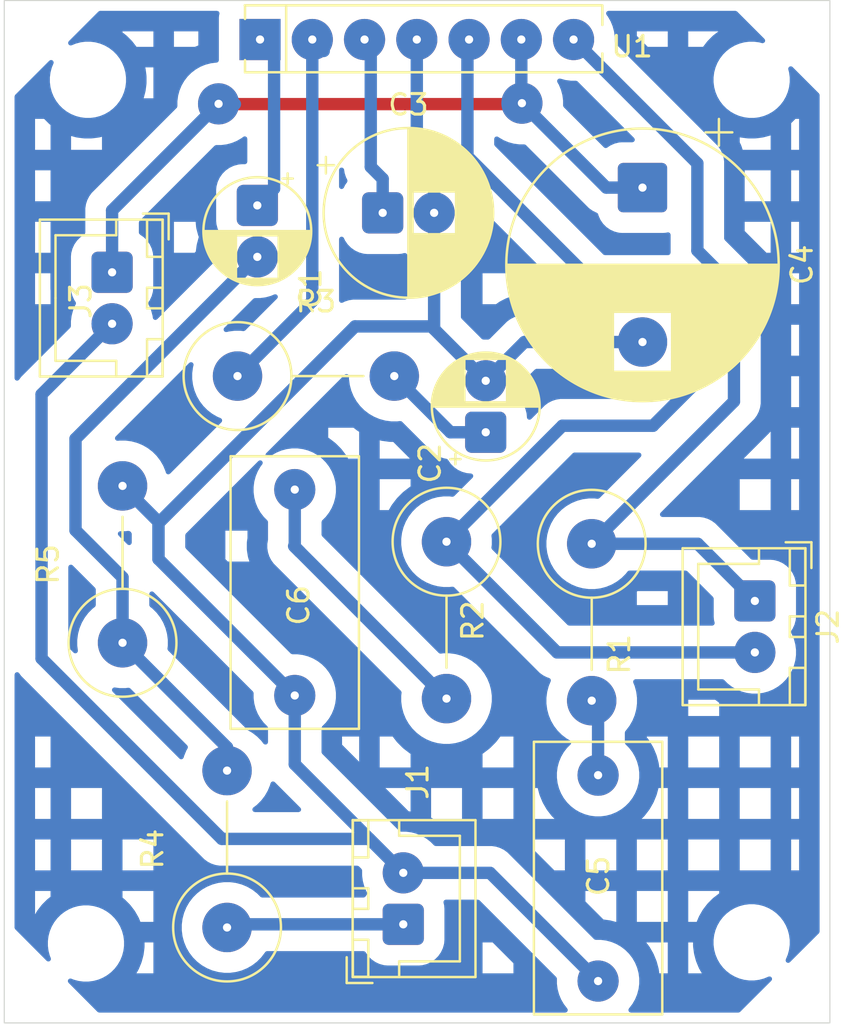
<source format=kicad_pcb>
(kicad_pcb (version 20241229) (generator "pcbnew") (generator_version "9.0")
  (layers (0 "F.Cu" signal) (2 "B.Cu" signal) (13 "F.Paste" user) (15 "B.Paste" user) (5 "F.SilkS" user "F.Silkscreen") (7 "B.SilkS" user "B.Silkscreen") (1 "F.Mask" user) (3 "B.Mask" user) (25 "Edge.Cuts" user))
  (net 0 "")
  (net 1 "Net-(U1-IN)")
  (net 2 "Net-(C1-Pad2)")
  (net 3 "Net-(U1-NF)")
  (net 4 "GND")
  (net 5 "Net-(U1-R.F)")
  (net 6 "VCC")
  (net 7 "Net-(J2-Pin_2)")
  (net 8 "Net-(J2-Pin_1)")
  (net 9 "Net-(C5-Pad1)")
  (net 10 "Net-(C6-Pad1)")
  (net 11 "Net-(C2-Pad1)")
  (net 12 "Net-(J1-PadT)")
  (footprint "Connector_JST:JST_XH_B2B-XH-A_1x02_P2.50mm_Vertical" (layer "F.Cu") (at 145.415 76.2 -90)
    (property "Reference" "J2" (at 1.25 -3.55 90) (layer "F.SilkS"))
    (property "Value" "OUTPUT")
    (pad "1" thru_hole roundrect (at 0 0 270) (size 2 2) (drill 0.4) (layers "*.Cu" "*.Mask") (roundrect_rratio 0.147059) (net 8 "Net-(J2-Pin_1)"))
    (pad "2" thru_hole oval (at 2.5 0 270) (size 2 2) (drill 0.4) (layers "*.Cu" "*.Mask") (net 7 "Net-(J2-Pin_2)"))
  )
  (footprint "Resistor_THT:R_Axial_DIN0516_L15.5mm_D5.0mm_P7.62mm_Vertical" (layer "F.Cu") (at 119.761 92.06 90)
    (property "Reference" "R4" (at 3.81 -3.62 90) (layer "F.SilkS"))
    (property "Value" "39kΩ")
    (pad "1" thru_hole circle (at 0 0 90) (size 2.4 2.4) (drill 0.4) (layers "*.Cu" "*.Mask") (net 12 "Net-(J1-PadT)"))
    (pad "2" thru_hole circle (at 7.62 0 90) (size 2.4 2.4) (drill 0.4) (layers "*.Cu" "*.Mask") (net 2 "Net-(C1-Pad2)"))
  )
  (footprint "MountingHole:MountingHole_3.2mm_M3" (layer "F.Cu") (at 145.258751 92.782166)
    (property "Reference" "H4" (hide yes))
    (property "Value" "MountingHole" (hide yes))
    (pad "" np_thru_hole circle (at 0 0) (size 3.2 3.2) (drill 3.2) (layers "*.Cu" "*.Mask"))
  )
  (footprint "Resistor_THT:R_Axial_DIN0516_L15.5mm_D5.0mm_P7.62mm_Vertical" (layer "F.Cu") (at 137.485599 73.423318 -90)
    (property "Reference" "R1" (at 5.364505 -1.343679 90) (layer "F.SilkS"))
    (property "Value" "2.2")
    (pad "1" thru_hole circle (at 0 0 270) (size 2.4 2.4) (drill 0.4) (layers "*.Cu" "*.Mask") (net 8 "Net-(J2-Pin_1)"))
    (pad "2" thru_hole circle (at 7.62 0 270) (size 2.4 2.4) (drill 0.4) (layers "*.Cu" "*.Mask") (net 9 "Net-(C5-Pad1)"))
  )
  (footprint "Capacitor_THT:CP_Radial_D5.0mm_P2.50mm" (layer "F.Cu") (at 132.334 68.007113 90)
    (property "Reference" "C2" (at -1.50604 -2.706808 90) (layer "F.SilkS"))
    (property "Value" "33uF" (hide yes))
    (pad "1" thru_hole roundrect (at 0 0 90) (size 2 2) (drill 0.4) (layers "*.Cu" "*.Mask") (roundrect_rratio 0.15625) (net 11 "Net-(C2-Pad1)"))
    (pad "2" thru_hole circle (at 2.5 0 90) (size 2 2) (drill 0.4) (layers "*.Cu" "*.Mask") (net 4 "GND"))
  )
  (footprint "Resistor_THT:R_Axial_DIN0516_L15.5mm_D5.0mm_P7.62mm_Vertical" (layer "F.Cu") (at 120.269 65.278)
    (property "Reference" "R3" (at 3.81 -3.62 0) (layer "F.SilkS"))
    (property "Value" "560")
    (pad "1" thru_hole circle (at 0 0) (size 2.4 2.4) (drill 0.4) (layers "*.Cu" "*.Mask") (net 3 "Net-(U1-NF)"))
    (pad "2" thru_hole circle (at 7.62 0) (size 2.4 2.4) (drill 0.4) (layers "*.Cu" "*.Mask") (net 11 "Net-(C2-Pad1)"))
  )
  (footprint "Capacitor_THT:CP_Radial_D13.0mm_P7.50mm" (layer "F.Cu") (at 139.954 56.124785 -90)
    (property "Reference" "C4" (at 3.75 -7.75 90) (layer "F.SilkS"))
    (property "Value" "1000uF")
    (pad "1" thru_hole roundrect (at 0 0 270) (size 2.4 2.4) (drill 0.4) (layers "*.Cu" "*.Mask") (roundrect_rratio 0.104167) (net 6 "VCC"))
    (pad "2" thru_hole circle (at 7.5 0 270) (size 2.4 2.4) (drill 0.4) (layers "*.Cu" "*.Mask") (net 4 "GND"))
  )
  (footprint "MountingHole:MountingHole_3.2mm_M3" (layer "F.Cu") (at 145.258751 50.888564)
    (property "Reference" "H2" (hide yes))
    (property "Value" "MountingHole" (hide yes))
    (pad "" np_thru_hole circle (at 0 0) (size 3.2 3.2) (drill 3.2) (layers "*.Cu" "*.Mask"))
  )
  (footprint "Capacitor_THT:CP_Radial_D5.0mm_P2.50mm" (layer "F.Cu") (at 121.231613 56.989255 -90)
    (property "Reference" "C1" (at 4.052956 -2.590354 90) (layer "F.SilkS"))
    (property "Value" "3.3uF")
    (pad "1" thru_hole roundrect (at 0 0 270) (size 2 2) (drill 0.4) (layers "*.Cu" "*.Mask") (roundrect_rratio 0.15625) (net 1 "Net-(U1-IN)"))
    (pad "2" thru_hole circle (at 2.5 0 270) (size 2 2) (drill 0.4) (layers "*.Cu" "*.Mask") (net 2 "Net-(C1-Pad2)"))
  )
  (footprint "MountingHole:MountingHole_3.2mm_M3" (layer "F.Cu") (at 112.999217 50.888564)
    (property "Reference" "H1" (hide yes))
    (property "Value" "MountingHole" (hide yes))
    (pad "" np_thru_hole circle (at 0 0) (size 3.2 3.2) (drill 3.2) (layers "*.Cu" "*.Mask"))
  )
  (footprint "MountingHole:MountingHole_3.2mm_M3" (layer "F.Cu") (at 112.903 92.837)
    (property "Reference" "H3" (hide yes))
    (property "Value" "MountingHole" (hide yes))
    (pad "" np_thru_hole circle (at 0 0) (size 3.2 3.2) (drill 3.2) (layers "*.Cu" "*.Mask"))
  )
  (footprint "Capacitor_THT:CP_Radial_D8.0mm_P2.50mm" (layer "F.Cu") (at 127.325517 57.350628)
    (property "Reference" "C3" (at 1.25 -5.25 0) (layer "F.SilkS"))
    (property "Value" "220uF")
    (pad "1" thru_hole roundrect (at 0 0) (size 2 2) (drill 0.4) (layers "*.Cu" "*.Mask") (roundrect_rratio 0.15625) (net 5 "Net-(U1-R.F)"))
    (pad "2" thru_hole circle (at 2.5 0) (size 2 2) (drill 0.4) (layers "*.Cu" "*.Mask") (net 4 "GND"))
  )
  (footprint "Connector_JST:JST_XH_B2B-XH-A_1x02_P2.50mm_Vertical" (layer "F.Cu") (at 128.326145 91.906342 90)
    (property "Reference" "J1" (at 6.919222 0.700797 90) (layer "F.SilkS"))
    (property "Value" "INPUT")
    (pad "S" thru_hole oval (at 2.5 0 90) (size 2 2) (drill 0.4) (layers "*.Cu" "*.Mask") (net 4 "GND"))
    (pad "T" thru_hole roundrect (at 0 0 90) (size 2 2) (drill 0.4) (layers "*.Cu" "*.Mask") (roundrect_rratio 0.147059) (net 12 "Net-(J1-PadT)"))
  )
  (footprint "Resistor_THT:R_Axial_DIN0516_L15.5mm_D5.0mm_P7.62mm_Vertical" (layer "F.Cu") (at 114.681 78.232 90)
    (property "Reference" "R5" (at 3.81 -3.62 90) (layer "F.SilkS"))
    (property "Value" "10kΩ")
    (pad "1" thru_hole circle (at 0 0 90) (size 2.4 2.4) (drill 0.4) (layers "*.Cu" "*.Mask") (net 2 "Net-(C1-Pad2)"))
    (pad "2" thru_hole circle (at 7.62 0 90) (size 2.4 2.4) (drill 0.4) (layers "*.Cu" "*.Mask") (net 4 "GND"))
  )
  (footprint "Resistor_THT:R_Axial_DIN0516_L15.5mm_D5.0mm_P7.62mm_Vertical" (layer "F.Cu") (at 130.427626 73.323205 -90)
    (property "Reference" "R2" (at 3.839308 -1.276619 90) (layer "F.SilkS"))
    (property "Value" "2.2")
    (pad "1" thru_hole circle (at 0 0 270) (size 2.4 2.4) (drill 0.4) (layers "*.Cu" "*.Mask") (net 7 "Net-(J2-Pin_2)"))
    (pad "2" thru_hole circle (at 7.62 0 270) (size 2.4 2.4) (drill 0.4) (layers "*.Cu" "*.Mask") (net 10 "Net-(C6-Pad1)"))
  )
  (footprint "Capacitor_THT:C_Rect_L13.0mm_W6.0mm_P10.00mm_FKS3_FKP3_MKS4" (layer "F.Cu") (at 137.795 84.662 -90)
    (property "Reference" "C5" (at 4.899678 -0.019095 90) (layer "F.SilkS"))
    (property "Value" "0.15uF")
    (pad "1" thru_hole circle (at 0 0 270) (size 2 2) (drill 0.4) (layers "*.Cu" "*.Mask") (net 9 "Net-(C5-Pad1)"))
    (pad "2" thru_hole circle (at 10 0 270) (size 2 2) (drill 0.4) (layers "*.Cu" "*.Mask") (net 4 "GND"))
  )
  (footprint "@MyLibrary:TA8201AK" (layer "F.Cu") (at 129.024628 48.837283)
    (property "Reference" "U1" (at 10.421372 0.438717 0) (layer "F.SilkS"))
    (property "Value" "TA8201AK")
    (pad "1" thru_hole rect (at -7.660856 0.094857 90) (size 2 2) (drill 0.4) (layers "*.Cu" "*.Mask") (net 1 "Net-(U1-IN)"))
    (pad "2" thru_hole circle (at -5.120856 0.094857 90) (size 2 2) (drill 0.4) (layers "*.Cu" "*.Mask") (net 3 "Net-(U1-NF)"))
    (pad "3" thru_hole circle (at -2.580856 0.094857 90) (size 2 2) (drill 0.4) (layers "*.Cu" "*.Mask") (net 5 "Net-(U1-R.F)"))
    (pad "4" thru_hole circle (at -0.040856 0.094857 90) (size 2 2) (drill 0.4) (layers "*.Cu" "*.Mask") (net 4 "GND"))
    (pad "5" thru_hole circle (at 2.499144 0.094857 90) (size 2 2) (drill 0.4) (layers "*.Cu" "*.Mask") (net 7 "Net-(J2-Pin_2)"))
    (pad "6" thru_hole circle (at 5.039144 0.094857 90) (size 2 2) (drill 0.4) (layers "*.Cu" "*.Mask") (net 6 "VCC"))
    (pad "7" thru_hole circle (at 7.579144 0.094857 90) (size 2 2) (drill 0.4) (layers "*.Cu" "*.Mask") (net 8 "Net-(J2-Pin_1)"))
  )
  (footprint "Capacitor_THT:C_Rect_L13.0mm_W6.0mm_P10.00mm_FKS3_FKP3_MKS4" (layer "F.Cu") (at 123.052233 70.791702 -90)
    (property "Reference" "C6" (at 5.618802 -0.18877 90) (layer "F.SilkS"))
    (property "Value" "0.15uF")
    (pad "1" thru_hole circle (at 0 0 270) (size 2 2) (drill 0.4) (layers "*.Cu" "*.Mask") (net 10 "Net-(C6-Pad1)"))
    (pad "2" thru_hole circle (at 10 0 270) (size 2 2) (drill 0.4) (layers "*.Cu" "*.Mask") (net 4 "GND"))
  )
  (footprint "Connector_JST:JST_XH_B2B-XH-A_1x02_P2.50mm_Vertical" (layer "F.Cu") (at 114.173 60.238 -90)
    (property "Reference" "J3" (at 1.391992 1.524176 90) (layer "F.SilkS"))
    (property "Value" "POWER")
    (pad "1" thru_hole roundrect (at 0 0 270) (size 2 2) (drill 0.4) (layers "*.Cu" "*.Mask") (roundrect_rratio 0.147059) (net 6 "VCC"))
    (pad "2" thru_hole oval (at 2.5 0 270) (size 2 2) (drill 0.4) (layers "*.Cu" "*.Mask") (net 4 "GND"))
  )
  (gr_rect (start 108.930886 47.037346) (end 149.062886 96.694346) (stroke (width 0.05)) (fill no) (layer "Edge.Cuts"))
  (segment (start 122.047 49.615368) (end 122.047 56.173868) (width 0.6) (layer "B.Cu") (net 1))
  (segment (start 122.047 56.173868) (end 121.231613 56.989255) (width 0.6) (layer "B.Cu") (net 1))
  (segment (start 121.363772 48.93214) (end 122.047 49.615368) (width 0.6) (layer "B.Cu") (net 1))
  (segment (start 114.681 78.232) (end 114.681 75.057) (width 0.6) (layer "B.Cu") (net 2))
  (segment (start 112.395 72.771) (end 112.395 68.325868) (width 0.6) (layer "B.Cu") (net 2))
  (segment (start 114.681 78.232) (end 119.761 83.312) (width 0.6) (layer "B.Cu") (net 2))
  (segment (start 114.681 75.057) (end 112.395 72.771) (width 0.6) (layer "B.Cu") (net 2))
  (segment (start 119.761 83.312) (end 119.761 84.44) (width 0.6) (layer "B.Cu") (net 2))
  (segment (start 112.395 68.325868) (end 121.231613 59.489255) (width 0.6) (layer "B.Cu") (net 2))
  (segment (start 123.903772 61.643228) (end 123.903772 48.93214) (width 0.6) (layer "B.Cu") (net 3))
  (segment (start 120.269 65.278) (end 123.903772 61.643228) (width 0.6) (layer "B.Cu") (net 3))
  (segment (start 124.46 49.488368) (end 123.903772 48.93214) (width 0.6) (layer "B.Cu") (net 3))
  (segment (start 119.507 87.757) (end 126.676803 87.757) (width 0.6) (layer "B.Cu") (net 4))
  (segment (start 123.534684 80.791702) (end 123.052233 80.791702) (width 0.6) (layer "B.Cu") (net 4))
  (segment (start 128.326145 89.406342) (end 123.052233 84.13243) (width 0.6) (layer "B.Cu") (net 4))
  (segment (start 123.052233 80.791702) (end 116.428531 74.168) (width 0.6) (layer "B.Cu") (net 4))
  (segment (start 132.334 65.507113) (end 134.216328 63.624785) (width 0.6) (layer "B.Cu") (net 4))
  (segment (start 128.983772 54.688772) (end 128.983772 48.93214) (width 0.6) (layer "B.Cu") (net 4))
  (segment (start 129.615238 57.400833) (end 129.615238 56.971238) (width 0.6) (layer "B.Cu") (net 4))
  (segment (start 129.825517 62.99863) (end 129.825517 62.865) (width 0.6) (layer "B.Cu") (net 4))
  (segment (start 134.216328 63.624785) (end 139.954 63.624785) (width 0.6) (layer "B.Cu") (net 4))
  (segment (start 110.744 66.167) (end 110.744 78.994) (width 0.6) (layer "B.Cu") (net 4))
  (segment (start 116.428531 72.359531) (end 116.428531 74.168) (width 0.6) (layer "B.Cu") (net 4))
  (segment (start 126.676803 87.757) (end 128.326145 89.406342) (width 0.6) (layer "B.Cu") (net 4))
  (segment (start 114.173 62.738) (end 110.744 66.167) (width 0.6) (layer "B.Cu") (net 4))
  (segment (start 129.849084 57.374195) (end 129.825517 57.350628) (width 0.6) (layer "B.Cu") (net 4))
  (segment (start 129.825517 62.865) (end 129.825517 57.350628) (width 0.6) (layer "B.Cu") (net 4))
  (segment (start 116.428531 74.168) (end 116.428531 72.420469) (width 0.6) (layer "B.Cu") (net 4))
  (segment (start 128.326145 89.406342) (end 132.539342 89.406342) (width 0.6) (layer "B.Cu") (net 4))
  (segment (start 116.428531 72.420469) (end 125.984 62.865) (width 0.6) (layer "B.Cu") (net 4))
  (segment (start 125.984 62.865) (end 129.825517 62.865) (width 0.6) (layer "B.Cu") (net 4))
  (segment (start 129.825517 55.530517) (end 128.983772 54.688772) (width 0.6) (layer "B.Cu") (net 4))
  (segment (start 114.681 70.612) (end 116.428531 72.359531) (width 0.6) (layer "B.Cu") (net 4))
  (segment (start 132.334 65.507113) (end 129.825517 62.99863) (width 0.6) (layer "B.Cu") (net 4))
  (segment (start 132.539342 89.406342) (end 137.795 94.662) (width 0.6) (layer "B.Cu") (net 4))
  (segment (start 110.744 78.994) (end 119.507 87.757) (width 0.6) (layer "B.Cu") (net 4))
  (segment (start 123.052233 84.13243) (end 123.052233 80.791702) (width 0.6) (layer "B.Cu") (net 4))
  (segment (start 129.825517 57.350628) (end 129.825517 55.530517) (width 0.6) (layer "B.Cu") (net 4))
  (segment (start 126.746 55.118) (end 126.746 49.234368) (width 0.6) (layer "B.Cu") (net 5))
  (segment (start 127.325517 55.697517) (end 126.746 55.118) (width 0.6) (layer "B.Cu") (net 5))
  (segment (start 126.746 49.234368) (end 126.443772 48.93214) (width 0.6) (layer "B.Cu") (net 5))
  (segment (start 127.325517 57.350628) (end 127.325517 55.697517) (width 0.6) (layer "B.Cu") (net 5))
  (segment (start 119.63477 52.07) (end 119.634385 52.069615) (width 0.6) (layer "F.Cu") (net 6))
  (segment (start 134.046842 52.07) (end 134.093057 52.023785) (width 0.6) (layer "F.Cu") (net 6))
  (segment (start 120.142 52.07) (end 134.046842 52.07) (width 0.6) (layer "F.Cu") (net 6))
  (segment (start 120.142 52.07) (end 119.63477 52.07) (width 0.6) (layer "F.Cu") (net 6))
  (via (at 134.093057 52.023785) (size 2) (drill 0.4) (layers "F.Cu" "B.Cu") (net 6))
  (via (at 119.348944 52.05633) (size 2) (drill 0.4) (layers "F.Cu" "B.Cu") (net 6))
  (segment (start 134.063772 51.544569) (end 134.588818 52.069615) (width 0.6) (layer "B.Cu") (net 6))
  (segment (start 134.093057 52.023785) (end 138.194057 56.124785) (width 0.6) (layer "B.Cu") (net 6))
  (segment (start 134.063772 48.93214) (end 134.063772 51.544569) (width 0.6) (layer "B.Cu") (net 6))
  (segment (start 114.173 60.238) (end 114.173 57.232274) (width 0.6) (layer "B.Cu") (net 6))
  (segment (start 120.142 52.07) (end 119.634 52.07) (width 0.6) (layer "B.Cu") (net 6))
  (segment (start 134.46337 52.04037) (end 134.493 52.07) (width 0.6) (layer "B.Cu") (net 6))
  (segment (start 134.063772 51.640772) (end 134.493 52.07) (width 0.6) (layer "B.Cu") (net 6))
  (segment (start 138.194057 56.124785) (end 139.954 56.124785) (width 0.6) (layer "B.Cu") (net 6))
  (segment (start 114.173 57.232274) (end 119.348944 52.05633) (width 0.6) (layer "B.Cu") (net 6))
  (segment (start 142.494 65.659) (end 140.462 67.691) (width 0.6) (layer "B.Cu") (net 7))
  (segment (start 131.445 54.61) (end 137.541 60.706) (width 0.6) (layer "B.Cu") (net 7))
  (segment (start 135.804421 78.7) (end 130.427626 73.323205) (width 0.6) (layer "B.Cu") (net 7))
  (segment (start 136.059831 67.691) (end 130.427626 73.323205) (width 0.6) (layer "B.Cu") (net 7))
  (segment (start 140.462 67.691) (end 136.059831 67.691) (width 0.6) (layer "B.Cu") (net 7))
  (segment (start 131.445 49.010912) (end 131.445 54.61) (width 0.6) (layer "B.Cu") (net 7))
  (segment (start 141.732 60.706) (end 142.494 61.468) (width 0.6) (layer "B.Cu") (net 7))
  (segment (start 137.541 60.706) (end 141.732 60.706) (width 0.6) (layer "B.Cu") (net 7))
  (segment (start 131.531144 49.116857) (end 131.666857 49.116857) (width 0.6) (layer "B.Cu") (net 7))
  (segment (start 131.666857 49.116857) (end 131.826 49.276) (width 0.6) (layer "B.Cu") (net 7))
  (segment (start 140.462 67.691) (end 140.335 67.691) (width 0.6) (layer "B.Cu") (net 7))
  (segment (start 145.415 78.7) (end 135.804421 78.7) (width 0.6) (layer "B.Cu") (net 7))
  (segment (start 142.494 61.468) (end 142.494 65.659) (width 0.6) (layer "B.Cu") (net 7))
  (segment (start 131.523772 48.93214) (end 131.445 49.010912) (width 0.6) (layer "B.Cu") (net 7))
  (segment (start 137.485599 73.423318) (end 144.399 66.509917) (width 0.6) (layer "B.Cu") (net 8))
  (segment (start 137.485599 73.423318) (end 142.638318 73.423318) (width 0.6) (layer "B.Cu") (net 8))
  (segment (start 142.638318 73.423318) (end 145.415 76.2) (width 0.6) (layer "B.Cu") (net 8))
  (segment (start 142.621 54.949368) (end 142.621 59.182) (width 0.6) (layer "B.Cu") (net 8))
  (segment (start 144.399 66.509917) (end 144.399 60.96) (width 0.6) (layer "B.Cu") (net 8))
  (segment (start 136.603772 48.93214) (end 142.621 54.949368) (width 0.6) (layer "B.Cu") (net 8))
  (segment (start 144.399 60.96) (end 142.621 59.182) (width 0.6) (layer "B.Cu") (net 8))
  (segment (start 137.795 84.662) (end 137.795 81.352719) (width 0.6) (layer "B.Cu") (net 9))
  (segment (start 137.795 81.352719) (end 137.485599 81.043318) (width 0.6) (layer "B.Cu") (net 9))
  (segment (start 123.052233 73.567813) (end 123.29421 73.80979) (width 0.6) (layer "B.Cu") (net 10))
  (segment (start 130.427626 80.943205) (end 123.29421 73.80979) (width 0.6) (layer "B.Cu") (net 10))
  (segment (start 123.29421 73.80979) (end 123.019258 73.534837) (width 0.6) (layer "B.Cu") (net 10))
  (segment (start 123.052233 70.791702) (end 123.052233 73.567813) (width 0.6) (layer "B.Cu") (net 10))
  (segment (start 132.334 68.007113) (end 130.618113 68.007113) (width 0.6) (layer "B.Cu") (net 11))
  (segment (start 130.618113 68.007113) (end 127.889 65.278) (width 0.6) (layer "B.Cu") (net 11))
  (segment (start 128.326145 91.906342) (end 119.914658 91.906342) (width 0.6) (layer "B.Cu") (net 12))
  (segment (start 119.914658 91.906342) (end 119.761 92.06) (width 0.6) (layer "B.Cu") (net 12))
  (zone (net 0) (net_name "") (layer "B.Cu") (connect_pads (clearance 1)) (min_thickness 0.25) (fill yes (mode hatch) (thermal_gap 0.5) (thermal_bridge_width 0.5) (smoothing chamfer) (island_removal_mode 1) (island_area_min 10) (hatch_thickness 1) (hatch_gap 1.5) (hatch_orientation 0) (hatch_border_algorithm hatch_thickness) (hatch_min_hole_area 0.3))
    (polygon (pts (xy 108.966 52.117) (xy 113.966 47.117) (xy 144.098 47.117) (xy 149.098 52.117) (xy 149.098 91.774) (xy 144.098025 96.758177) (xy 113.965975 96.662823) (xy 108.966 91.647)))
  )
)
</source>
